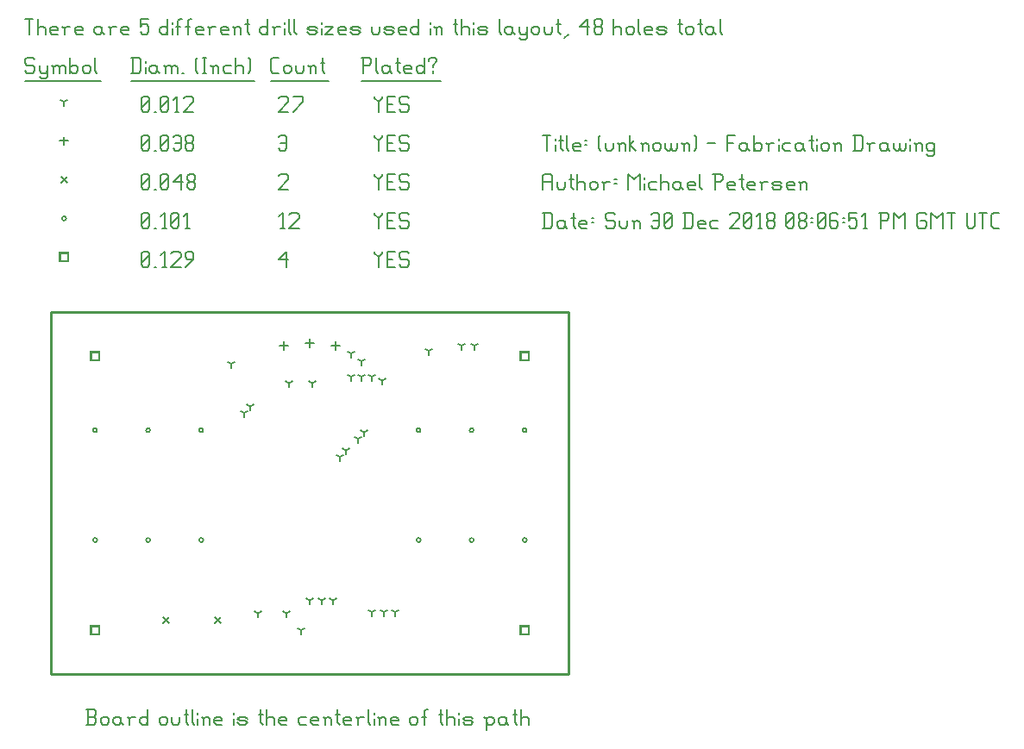
<source format=gbr>
G04 start of page 12 for group -3984 idx -3984 *
G04 Title: (unknown), fab *
G04 Creator: pcb 20140316 *
G04 CreationDate: Sun 30 Dec 2018 08:06:51 PM GMT UTC *
G04 For: railfan *
G04 Format: Gerber/RS-274X *
G04 PCB-Dimensions (mil): 2200.00 1600.00 *
G04 PCB-Coordinate-Origin: lower left *
%MOIN*%
%FSLAX25Y25*%
%LNFAB*%
%ADD92C,0.0100*%
%ADD91C,0.0060*%
%ADD90R,0.0080X0.0080*%
G54D90*X191400Y28600D02*X194600D01*
X191400D02*Y25400D01*
X194600D01*
Y28600D02*Y25400D01*
X25400Y28600D02*X28600D01*
X25400D02*Y25400D01*
X28600D01*
Y28600D02*Y25400D01*
X25400Y134600D02*X28600D01*
X25400D02*Y131400D01*
X28600D01*
Y134600D02*Y131400D01*
X191400Y134600D02*X194600D01*
X191400D02*Y131400D01*
X194600D01*
Y134600D02*Y131400D01*
X13400Y172850D02*X16600D01*
X13400D02*Y169650D01*
X16600D01*
Y172850D02*Y169650D01*
G54D91*X135000Y173500D02*Y172750D01*
X136500Y171250D01*
X138000Y172750D01*
Y173500D02*Y172750D01*
X136500Y171250D02*Y167500D01*
X139800Y170500D02*X142050D01*
X139800Y167500D02*X142800D01*
X139800Y173500D02*Y167500D01*
Y173500D02*X142800D01*
X147600D02*X148350Y172750D01*
X145350Y173500D02*X147600D01*
X144600Y172750D02*X145350Y173500D01*
X144600Y172750D02*Y171250D01*
X145350Y170500D01*
X147600D01*
X148350Y169750D01*
Y168250D01*
X147600Y167500D02*X148350Y168250D01*
X145350Y167500D02*X147600D01*
X144600Y168250D02*X145350Y167500D01*
X98000Y170500D02*X101000Y173500D01*
X98000Y170500D02*X101750D01*
X101000Y173500D02*Y167500D01*
X45000Y168250D02*X45750Y167500D01*
X45000Y172750D02*Y168250D01*
Y172750D02*X45750Y173500D01*
X47250D01*
X48000Y172750D01*
Y168250D01*
X47250Y167500D02*X48000Y168250D01*
X45750Y167500D02*X47250D01*
X45000Y169000D02*X48000Y172000D01*
X49800Y167500D02*X50550D01*
X53100D02*X54600D01*
X53850Y173500D02*Y167500D01*
X52350Y172000D02*X53850Y173500D01*
X56400Y172750D02*X57150Y173500D01*
X59400D01*
X60150Y172750D01*
Y171250D01*
X56400Y167500D02*X60150Y171250D01*
X56400Y167500D02*X60150D01*
X61950D02*X64950Y170500D01*
Y172750D02*Y170500D01*
X64200Y173500D02*X64950Y172750D01*
X62700Y173500D02*X64200D01*
X61950Y172750D02*X62700Y173500D01*
X61950Y172750D02*Y171250D01*
X62700Y170500D01*
X64950D01*
X67200Y61850D02*G75*G03X68800Y61850I800J0D01*G01*
G75*G03X67200Y61850I-800J0D01*G01*
X46700D02*G75*G03X48300Y61850I800J0D01*G01*
G75*G03X46700Y61850I-800J0D01*G01*
X26200D02*G75*G03X27800Y61850I800J0D01*G01*
G75*G03X26200Y61850I-800J0D01*G01*
X67200Y104350D02*G75*G03X68800Y104350I800J0D01*G01*
G75*G03X67200Y104350I-800J0D01*G01*
X46700D02*G75*G03X48300Y104350I800J0D01*G01*
G75*G03X46700Y104350I-800J0D01*G01*
X26200D02*G75*G03X27800Y104350I800J0D01*G01*
G75*G03X26200Y104350I-800J0D01*G01*
X192200Y61850D02*G75*G03X193800Y61850I800J0D01*G01*
G75*G03X192200Y61850I-800J0D01*G01*
X171700D02*G75*G03X173300Y61850I800J0D01*G01*
G75*G03X171700Y61850I-800J0D01*G01*
X151200D02*G75*G03X152800Y61850I800J0D01*G01*
G75*G03X151200Y61850I-800J0D01*G01*
X192200Y104350D02*G75*G03X193800Y104350I800J0D01*G01*
G75*G03X192200Y104350I-800J0D01*G01*
X171700D02*G75*G03X173300Y104350I800J0D01*G01*
G75*G03X171700Y104350I-800J0D01*G01*
X151200D02*G75*G03X152800Y104350I800J0D01*G01*
G75*G03X151200Y104350I-800J0D01*G01*
X14200Y186250D02*G75*G03X15800Y186250I800J0D01*G01*
G75*G03X14200Y186250I-800J0D01*G01*
X135000Y188500D02*Y187750D01*
X136500Y186250D01*
X138000Y187750D01*
Y188500D02*Y187750D01*
X136500Y186250D02*Y182500D01*
X139800Y185500D02*X142050D01*
X139800Y182500D02*X142800D01*
X139800Y188500D02*Y182500D01*
Y188500D02*X142800D01*
X147600D02*X148350Y187750D01*
X145350Y188500D02*X147600D01*
X144600Y187750D02*X145350Y188500D01*
X144600Y187750D02*Y186250D01*
X145350Y185500D01*
X147600D01*
X148350Y184750D01*
Y183250D01*
X147600Y182500D02*X148350Y183250D01*
X145350Y182500D02*X147600D01*
X144600Y183250D02*X145350Y182500D01*
X98750D02*X100250D01*
X99500Y188500D02*Y182500D01*
X98000Y187000D02*X99500Y188500D01*
X102050Y187750D02*X102800Y188500D01*
X105050D01*
X105800Y187750D01*
Y186250D01*
X102050Y182500D02*X105800Y186250D01*
X102050Y182500D02*X105800D01*
X45000Y183250D02*X45750Y182500D01*
X45000Y187750D02*Y183250D01*
Y187750D02*X45750Y188500D01*
X47250D01*
X48000Y187750D01*
Y183250D01*
X47250Y182500D02*X48000Y183250D01*
X45750Y182500D02*X47250D01*
X45000Y184000D02*X48000Y187000D01*
X49800Y182500D02*X50550D01*
X53100D02*X54600D01*
X53850Y188500D02*Y182500D01*
X52350Y187000D02*X53850Y188500D01*
X56400Y183250D02*X57150Y182500D01*
X56400Y187750D02*Y183250D01*
Y187750D02*X57150Y188500D01*
X58650D01*
X59400Y187750D01*
Y183250D01*
X58650Y182500D02*X59400Y183250D01*
X57150Y182500D02*X58650D01*
X56400Y184000D02*X59400Y187000D01*
X61950Y182500D02*X63450D01*
X62700Y188500D02*Y182500D01*
X61200Y187000D02*X62700Y188500D01*
X53300Y32200D02*X55700Y29800D01*
X53300D02*X55700Y32200D01*
X73300D02*X75700Y29800D01*
X73300D02*X75700Y32200D01*
X13800Y202450D02*X16200Y200050D01*
X13800D02*X16200Y202450D01*
X135000Y203500D02*Y202750D01*
X136500Y201250D01*
X138000Y202750D01*
Y203500D02*Y202750D01*
X136500Y201250D02*Y197500D01*
X139800Y200500D02*X142050D01*
X139800Y197500D02*X142800D01*
X139800Y203500D02*Y197500D01*
Y203500D02*X142800D01*
X147600D02*X148350Y202750D01*
X145350Y203500D02*X147600D01*
X144600Y202750D02*X145350Y203500D01*
X144600Y202750D02*Y201250D01*
X145350Y200500D01*
X147600D01*
X148350Y199750D01*
Y198250D01*
X147600Y197500D02*X148350Y198250D01*
X145350Y197500D02*X147600D01*
X144600Y198250D02*X145350Y197500D01*
X98000Y202750D02*X98750Y203500D01*
X101000D01*
X101750Y202750D01*
Y201250D01*
X98000Y197500D02*X101750Y201250D01*
X98000Y197500D02*X101750D01*
X45000Y198250D02*X45750Y197500D01*
X45000Y202750D02*Y198250D01*
Y202750D02*X45750Y203500D01*
X47250D01*
X48000Y202750D01*
Y198250D01*
X47250Y197500D02*X48000Y198250D01*
X45750Y197500D02*X47250D01*
X45000Y199000D02*X48000Y202000D01*
X49800Y197500D02*X50550D01*
X52350Y198250D02*X53100Y197500D01*
X52350Y202750D02*Y198250D01*
Y202750D02*X53100Y203500D01*
X54600D01*
X55350Y202750D01*
Y198250D01*
X54600Y197500D02*X55350Y198250D01*
X53100Y197500D02*X54600D01*
X52350Y199000D02*X55350Y202000D01*
X57150Y200500D02*X60150Y203500D01*
X57150Y200500D02*X60900D01*
X60150Y203500D02*Y197500D01*
X62700Y198250D02*X63450Y197500D01*
X62700Y199750D02*Y198250D01*
Y199750D02*X63450Y200500D01*
X64950D01*
X65700Y199750D01*
Y198250D01*
X64950Y197500D02*X65700Y198250D01*
X63450Y197500D02*X64950D01*
X62700Y201250D02*X63450Y200500D01*
X62700Y202750D02*Y201250D01*
Y202750D02*X63450Y203500D01*
X64950D01*
X65700Y202750D01*
Y201250D01*
X64950Y200500D02*X65700Y201250D01*
X100000Y138600D02*Y135400D01*
X98400Y137000D02*X101600D01*
X110000Y139600D02*Y136400D01*
X108400Y138000D02*X111600D01*
X120000Y138600D02*Y135400D01*
X118400Y137000D02*X121600D01*
X15000Y217850D02*Y214650D01*
X13400Y216250D02*X16600D01*
X135000Y218500D02*Y217750D01*
X136500Y216250D01*
X138000Y217750D01*
Y218500D02*Y217750D01*
X136500Y216250D02*Y212500D01*
X139800Y215500D02*X142050D01*
X139800Y212500D02*X142800D01*
X139800Y218500D02*Y212500D01*
Y218500D02*X142800D01*
X147600D02*X148350Y217750D01*
X145350Y218500D02*X147600D01*
X144600Y217750D02*X145350Y218500D01*
X144600Y217750D02*Y216250D01*
X145350Y215500D01*
X147600D01*
X148350Y214750D01*
Y213250D01*
X147600Y212500D02*X148350Y213250D01*
X145350Y212500D02*X147600D01*
X144600Y213250D02*X145350Y212500D01*
X98000Y217750D02*X98750Y218500D01*
X100250D01*
X101000Y217750D01*
Y213250D01*
X100250Y212500D02*X101000Y213250D01*
X98750Y212500D02*X100250D01*
X98000Y213250D02*X98750Y212500D01*
Y215500D02*X101000D01*
X45000Y213250D02*X45750Y212500D01*
X45000Y217750D02*Y213250D01*
Y217750D02*X45750Y218500D01*
X47250D01*
X48000Y217750D01*
Y213250D01*
X47250Y212500D02*X48000Y213250D01*
X45750Y212500D02*X47250D01*
X45000Y214000D02*X48000Y217000D01*
X49800Y212500D02*X50550D01*
X52350Y213250D02*X53100Y212500D01*
X52350Y217750D02*Y213250D01*
Y217750D02*X53100Y218500D01*
X54600D01*
X55350Y217750D01*
Y213250D01*
X54600Y212500D02*X55350Y213250D01*
X53100Y212500D02*X54600D01*
X52350Y214000D02*X55350Y217000D01*
X57150Y217750D02*X57900Y218500D01*
X59400D01*
X60150Y217750D01*
Y213250D01*
X59400Y212500D02*X60150Y213250D01*
X57900Y212500D02*X59400D01*
X57150Y213250D02*X57900Y212500D01*
Y215500D02*X60150D01*
X61950Y213250D02*X62700Y212500D01*
X61950Y214750D02*Y213250D01*
Y214750D02*X62700Y215500D01*
X64200D01*
X64950Y214750D01*
Y213250D01*
X64200Y212500D02*X64950Y213250D01*
X62700Y212500D02*X64200D01*
X61950Y216250D02*X62700Y215500D01*
X61950Y217750D02*Y216250D01*
Y217750D02*X62700Y218500D01*
X64200D01*
X64950Y217750D01*
Y216250D01*
X64200Y215500D02*X64950Y216250D01*
X134000Y125000D02*Y123400D01*
Y125000D02*X135387Y125800D01*
X134000Y125000D02*X132613Y125800D01*
X126000Y134000D02*Y132400D01*
Y134000D02*X127387Y134800D01*
X126000Y134000D02*X124613Y134800D01*
X126000Y125000D02*Y123400D01*
Y125000D02*X127387Y125800D01*
X126000Y125000D02*X124613Y125800D01*
X130000Y125000D02*Y123400D01*
Y125000D02*X131387Y125800D01*
X130000Y125000D02*X128613Y125800D01*
X130000Y131000D02*Y129400D01*
Y131000D02*X131387Y131800D01*
X130000Y131000D02*X128613Y131800D01*
X79500Y130000D02*Y128400D01*
Y130000D02*X80887Y130800D01*
X79500Y130000D02*X78113Y130800D01*
X124000Y96500D02*Y94900D01*
Y96500D02*X125387Y97300D01*
X124000Y96500D02*X122613Y97300D01*
X121500Y93890D02*Y92290D01*
Y93890D02*X122887Y94690D01*
X121500Y93890D02*X120113Y94690D01*
X138500Y34000D02*Y32400D01*
Y34000D02*X139887Y34800D01*
X138500Y34000D02*X137113Y34800D01*
X134000Y34000D02*Y32400D01*
Y34000D02*X135387Y34800D01*
X134000Y34000D02*X132613Y34800D01*
X143000Y34000D02*Y32400D01*
Y34000D02*X144387Y34800D01*
X143000Y34000D02*X141613Y34800D01*
X106500Y27000D02*Y25400D01*
Y27000D02*X107887Y27800D01*
X106500Y27000D02*X105113Y27800D01*
X138000Y123500D02*Y121900D01*
Y123500D02*X139387Y124300D01*
X138000Y123500D02*X136613Y124300D01*
X90000Y33500D02*Y31900D01*
Y33500D02*X91387Y34300D01*
X90000Y33500D02*X88613Y34300D01*
X101000Y33500D02*Y31900D01*
Y33500D02*X102387Y34300D01*
X101000Y33500D02*X99613Y34300D01*
X119000Y38500D02*Y36900D01*
Y38500D02*X120387Y39300D01*
X119000Y38500D02*X117613Y39300D01*
X110000Y38500D02*Y36900D01*
Y38500D02*X111387Y39300D01*
X110000Y38500D02*X108613Y39300D01*
X114500Y38500D02*Y36900D01*
Y38500D02*X115887Y39300D01*
X114500Y38500D02*X113113Y39300D01*
X111000Y122500D02*Y120900D01*
Y122500D02*X112387Y123300D01*
X111000Y122500D02*X109613Y123300D01*
X102000Y122500D02*Y120900D01*
Y122500D02*X103387Y123300D01*
X102000Y122500D02*X100613Y123300D01*
X84500Y111000D02*Y109400D01*
Y111000D02*X85887Y111800D01*
X84500Y111000D02*X83113Y111800D01*
X87000Y113500D02*Y111900D01*
Y113500D02*X88387Y114300D01*
X87000Y113500D02*X85613Y114300D01*
X128500Y100890D02*Y99290D01*
Y100890D02*X129887Y101690D01*
X128500Y100890D02*X127113Y101690D01*
X131000Y103500D02*Y101900D01*
Y103500D02*X132387Y104300D01*
X131000Y103500D02*X129613Y104300D01*
X155906Y135000D02*Y133400D01*
Y135000D02*X157292Y135800D01*
X155906Y135000D02*X154519Y135800D01*
X168500Y137000D02*Y135400D01*
Y137000D02*X169887Y137800D01*
X168500Y137000D02*X167113Y137800D01*
X173500Y137000D02*Y135400D01*
Y137000D02*X174887Y137800D01*
X173500Y137000D02*X172113Y137800D01*
X15000Y231250D02*Y229650D01*
Y231250D02*X16387Y232050D01*
X15000Y231250D02*X13613Y232050D01*
X135000Y233500D02*Y232750D01*
X136500Y231250D01*
X138000Y232750D01*
Y233500D02*Y232750D01*
X136500Y231250D02*Y227500D01*
X139800Y230500D02*X142050D01*
X139800Y227500D02*X142800D01*
X139800Y233500D02*Y227500D01*
Y233500D02*X142800D01*
X147600D02*X148350Y232750D01*
X145350Y233500D02*X147600D01*
X144600Y232750D02*X145350Y233500D01*
X144600Y232750D02*Y231250D01*
X145350Y230500D01*
X147600D01*
X148350Y229750D01*
Y228250D01*
X147600Y227500D02*X148350Y228250D01*
X145350Y227500D02*X147600D01*
X144600Y228250D02*X145350Y227500D01*
X98000Y232750D02*X98750Y233500D01*
X101000D01*
X101750Y232750D01*
Y231250D01*
X98000Y227500D02*X101750Y231250D01*
X98000Y227500D02*X101750D01*
X103550D02*X107300Y231250D01*
Y233500D02*Y231250D01*
X103550Y233500D02*X107300D01*
X45000Y228250D02*X45750Y227500D01*
X45000Y232750D02*Y228250D01*
Y232750D02*X45750Y233500D01*
X47250D01*
X48000Y232750D01*
Y228250D01*
X47250Y227500D02*X48000Y228250D01*
X45750Y227500D02*X47250D01*
X45000Y229000D02*X48000Y232000D01*
X49800Y227500D02*X50550D01*
X52350Y228250D02*X53100Y227500D01*
X52350Y232750D02*Y228250D01*
Y232750D02*X53100Y233500D01*
X54600D01*
X55350Y232750D01*
Y228250D01*
X54600Y227500D02*X55350Y228250D01*
X53100Y227500D02*X54600D01*
X52350Y229000D02*X55350Y232000D01*
X57900Y227500D02*X59400D01*
X58650Y233500D02*Y227500D01*
X57150Y232000D02*X58650Y233500D01*
X61200Y232750D02*X61950Y233500D01*
X64200D01*
X64950Y232750D01*
Y231250D01*
X61200Y227500D02*X64950Y231250D01*
X61200Y227500D02*X64950D01*
X3000Y248500D02*X3750Y247750D01*
X750Y248500D02*X3000D01*
X0Y247750D02*X750Y248500D01*
X0Y247750D02*Y246250D01*
X750Y245500D01*
X3000D01*
X3750Y244750D01*
Y243250D01*
X3000Y242500D02*X3750Y243250D01*
X750Y242500D02*X3000D01*
X0Y243250D02*X750Y242500D01*
X5550Y245500D02*Y243250D01*
X6300Y242500D01*
X8550Y245500D02*Y241000D01*
X7800Y240250D02*X8550Y241000D01*
X6300Y240250D02*X7800D01*
X5550Y241000D02*X6300Y240250D01*
Y242500D02*X7800D01*
X8550Y243250D01*
X11100Y244750D02*Y242500D01*
Y244750D02*X11850Y245500D01*
X12600D01*
X13350Y244750D01*
Y242500D01*
Y244750D02*X14100Y245500D01*
X14850D01*
X15600Y244750D01*
Y242500D01*
X10350Y245500D02*X11100Y244750D01*
X17400Y248500D02*Y242500D01*
Y243250D02*X18150Y242500D01*
X19650D01*
X20400Y243250D01*
Y244750D02*Y243250D01*
X19650Y245500D02*X20400Y244750D01*
X18150Y245500D02*X19650D01*
X17400Y244750D02*X18150Y245500D01*
X22200Y244750D02*Y243250D01*
Y244750D02*X22950Y245500D01*
X24450D01*
X25200Y244750D01*
Y243250D01*
X24450Y242500D02*X25200Y243250D01*
X22950Y242500D02*X24450D01*
X22200Y243250D02*X22950Y242500D01*
X27000Y248500D02*Y243250D01*
X27750Y242500D01*
X0Y239250D02*X29250D01*
X41750Y248500D02*Y242500D01*
X44000Y248500D02*X44750Y247750D01*
Y243250D01*
X44000Y242500D02*X44750Y243250D01*
X41000Y242500D02*X44000D01*
X41000Y248500D02*X44000D01*
X46550Y247000D02*Y246250D01*
Y244750D02*Y242500D01*
X50300Y245500D02*X51050Y244750D01*
X48800Y245500D02*X50300D01*
X48050Y244750D02*X48800Y245500D01*
X48050Y244750D02*Y243250D01*
X48800Y242500D01*
X51050Y245500D02*Y243250D01*
X51800Y242500D01*
X48800D02*X50300D01*
X51050Y243250D01*
X54350Y244750D02*Y242500D01*
Y244750D02*X55100Y245500D01*
X55850D01*
X56600Y244750D01*
Y242500D01*
Y244750D02*X57350Y245500D01*
X58100D01*
X58850Y244750D01*
Y242500D01*
X53600Y245500D02*X54350Y244750D01*
X60650Y242500D02*X61400D01*
X65900Y243250D02*X66650Y242500D01*
X65900Y247750D02*X66650Y248500D01*
X65900Y247750D02*Y243250D01*
X68450Y248500D02*X69950D01*
X69200D02*Y242500D01*
X68450D02*X69950D01*
X72500Y244750D02*Y242500D01*
Y244750D02*X73250Y245500D01*
X74000D01*
X74750Y244750D01*
Y242500D01*
X71750Y245500D02*X72500Y244750D01*
X77300Y245500D02*X79550D01*
X76550Y244750D02*X77300Y245500D01*
X76550Y244750D02*Y243250D01*
X77300Y242500D01*
X79550D01*
X81350Y248500D02*Y242500D01*
Y244750D02*X82100Y245500D01*
X83600D01*
X84350Y244750D01*
Y242500D01*
X86150Y248500D02*X86900Y247750D01*
Y243250D01*
X86150Y242500D02*X86900Y243250D01*
X41000Y239250D02*X88700D01*
X95750Y242500D02*X98000D01*
X95000Y243250D02*X95750Y242500D01*
X95000Y247750D02*Y243250D01*
Y247750D02*X95750Y248500D01*
X98000D01*
X99800Y244750D02*Y243250D01*
Y244750D02*X100550Y245500D01*
X102050D01*
X102800Y244750D01*
Y243250D01*
X102050Y242500D02*X102800Y243250D01*
X100550Y242500D02*X102050D01*
X99800Y243250D02*X100550Y242500D01*
X104600Y245500D02*Y243250D01*
X105350Y242500D01*
X106850D01*
X107600Y243250D01*
Y245500D02*Y243250D01*
X110150Y244750D02*Y242500D01*
Y244750D02*X110900Y245500D01*
X111650D01*
X112400Y244750D01*
Y242500D01*
X109400Y245500D02*X110150Y244750D01*
X114950Y248500D02*Y243250D01*
X115700Y242500D01*
X114200Y246250D02*X115700D01*
X95000Y239250D02*X117200D01*
X130750Y248500D02*Y242500D01*
X130000Y248500D02*X133000D01*
X133750Y247750D01*
Y246250D01*
X133000Y245500D02*X133750Y246250D01*
X130750Y245500D02*X133000D01*
X135550Y248500D02*Y243250D01*
X136300Y242500D01*
X140050Y245500D02*X140800Y244750D01*
X138550Y245500D02*X140050D01*
X137800Y244750D02*X138550Y245500D01*
X137800Y244750D02*Y243250D01*
X138550Y242500D01*
X140800Y245500D02*Y243250D01*
X141550Y242500D01*
X138550D02*X140050D01*
X140800Y243250D01*
X144100Y248500D02*Y243250D01*
X144850Y242500D01*
X143350Y246250D02*X144850D01*
X147100Y242500D02*X149350D01*
X146350Y243250D02*X147100Y242500D01*
X146350Y244750D02*Y243250D01*
Y244750D02*X147100Y245500D01*
X148600D01*
X149350Y244750D01*
X146350Y244000D02*X149350D01*
Y244750D02*Y244000D01*
X154150Y248500D02*Y242500D01*
X153400D02*X154150Y243250D01*
X151900Y242500D02*X153400D01*
X151150Y243250D02*X151900Y242500D01*
X151150Y244750D02*Y243250D01*
Y244750D02*X151900Y245500D01*
X153400D01*
X154150Y244750D01*
X157450Y245500D02*Y244750D01*
Y243250D02*Y242500D01*
X155950Y247750D02*Y247000D01*
Y247750D02*X156700Y248500D01*
X158200D01*
X158950Y247750D01*
Y247000D01*
X157450Y245500D02*X158950Y247000D01*
X130000Y239250D02*X160750D01*
X0Y263500D02*X3000D01*
X1500D02*Y257500D01*
X4800Y263500D02*Y257500D01*
Y259750D02*X5550Y260500D01*
X7050D01*
X7800Y259750D01*
Y257500D01*
X10350D02*X12600D01*
X9600Y258250D02*X10350Y257500D01*
X9600Y259750D02*Y258250D01*
Y259750D02*X10350Y260500D01*
X11850D01*
X12600Y259750D01*
X9600Y259000D02*X12600D01*
Y259750D02*Y259000D01*
X15150Y259750D02*Y257500D01*
Y259750D02*X15900Y260500D01*
X17400D01*
X14400D02*X15150Y259750D01*
X19950Y257500D02*X22200D01*
X19200Y258250D02*X19950Y257500D01*
X19200Y259750D02*Y258250D01*
Y259750D02*X19950Y260500D01*
X21450D01*
X22200Y259750D01*
X19200Y259000D02*X22200D01*
Y259750D02*Y259000D01*
X28950Y260500D02*X29700Y259750D01*
X27450Y260500D02*X28950D01*
X26700Y259750D02*X27450Y260500D01*
X26700Y259750D02*Y258250D01*
X27450Y257500D01*
X29700Y260500D02*Y258250D01*
X30450Y257500D01*
X27450D02*X28950D01*
X29700Y258250D01*
X33000Y259750D02*Y257500D01*
Y259750D02*X33750Y260500D01*
X35250D01*
X32250D02*X33000Y259750D01*
X37800Y257500D02*X40050D01*
X37050Y258250D02*X37800Y257500D01*
X37050Y259750D02*Y258250D01*
Y259750D02*X37800Y260500D01*
X39300D01*
X40050Y259750D01*
X37050Y259000D02*X40050D01*
Y259750D02*Y259000D01*
X44550Y263500D02*X47550D01*
X44550D02*Y260500D01*
X45300Y261250D01*
X46800D01*
X47550Y260500D01*
Y258250D01*
X46800Y257500D02*X47550Y258250D01*
X45300Y257500D02*X46800D01*
X44550Y258250D02*X45300Y257500D01*
X55050Y263500D02*Y257500D01*
X54300D02*X55050Y258250D01*
X52800Y257500D02*X54300D01*
X52050Y258250D02*X52800Y257500D01*
X52050Y259750D02*Y258250D01*
Y259750D02*X52800Y260500D01*
X54300D01*
X55050Y259750D01*
X56850Y262000D02*Y261250D01*
Y259750D02*Y257500D01*
X59100Y262750D02*Y257500D01*
Y262750D02*X59850Y263500D01*
X60600D01*
X58350Y260500D02*X59850D01*
X62850Y262750D02*Y257500D01*
Y262750D02*X63600Y263500D01*
X64350D01*
X62100Y260500D02*X63600D01*
X66600Y257500D02*X68850D01*
X65850Y258250D02*X66600Y257500D01*
X65850Y259750D02*Y258250D01*
Y259750D02*X66600Y260500D01*
X68100D01*
X68850Y259750D01*
X65850Y259000D02*X68850D01*
Y259750D02*Y259000D01*
X71400Y259750D02*Y257500D01*
Y259750D02*X72150Y260500D01*
X73650D01*
X70650D02*X71400Y259750D01*
X76200Y257500D02*X78450D01*
X75450Y258250D02*X76200Y257500D01*
X75450Y259750D02*Y258250D01*
Y259750D02*X76200Y260500D01*
X77700D01*
X78450Y259750D01*
X75450Y259000D02*X78450D01*
Y259750D02*Y259000D01*
X81000Y259750D02*Y257500D01*
Y259750D02*X81750Y260500D01*
X82500D01*
X83250Y259750D01*
Y257500D01*
X80250Y260500D02*X81000Y259750D01*
X85800Y263500D02*Y258250D01*
X86550Y257500D01*
X85050Y261250D02*X86550D01*
X93750Y263500D02*Y257500D01*
X93000D02*X93750Y258250D01*
X91500Y257500D02*X93000D01*
X90750Y258250D02*X91500Y257500D01*
X90750Y259750D02*Y258250D01*
Y259750D02*X91500Y260500D01*
X93000D01*
X93750Y259750D01*
X96300D02*Y257500D01*
Y259750D02*X97050Y260500D01*
X98550D01*
X95550D02*X96300Y259750D01*
X100350Y262000D02*Y261250D01*
Y259750D02*Y257500D01*
X101850Y263500D02*Y258250D01*
X102600Y257500D01*
X104100Y263500D02*Y258250D01*
X104850Y257500D01*
X109800D02*X112050D01*
X112800Y258250D01*
X112050Y259000D02*X112800Y258250D01*
X109800Y259000D02*X112050D01*
X109050Y259750D02*X109800Y259000D01*
X109050Y259750D02*X109800Y260500D01*
X112050D01*
X112800Y259750D01*
X109050Y258250D02*X109800Y257500D01*
X114600Y262000D02*Y261250D01*
Y259750D02*Y257500D01*
X116100Y260500D02*X119100D01*
X116100Y257500D02*X119100Y260500D01*
X116100Y257500D02*X119100D01*
X121650D02*X123900D01*
X120900Y258250D02*X121650Y257500D01*
X120900Y259750D02*Y258250D01*
Y259750D02*X121650Y260500D01*
X123150D01*
X123900Y259750D01*
X120900Y259000D02*X123900D01*
Y259750D02*Y259000D01*
X126450Y257500D02*X128700D01*
X129450Y258250D01*
X128700Y259000D02*X129450Y258250D01*
X126450Y259000D02*X128700D01*
X125700Y259750D02*X126450Y259000D01*
X125700Y259750D02*X126450Y260500D01*
X128700D01*
X129450Y259750D01*
X125700Y258250D02*X126450Y257500D01*
X133950Y260500D02*Y258250D01*
X134700Y257500D01*
X136200D01*
X136950Y258250D01*
Y260500D02*Y258250D01*
X139500Y257500D02*X141750D01*
X142500Y258250D01*
X141750Y259000D02*X142500Y258250D01*
X139500Y259000D02*X141750D01*
X138750Y259750D02*X139500Y259000D01*
X138750Y259750D02*X139500Y260500D01*
X141750D01*
X142500Y259750D01*
X138750Y258250D02*X139500Y257500D01*
X145050D02*X147300D01*
X144300Y258250D02*X145050Y257500D01*
X144300Y259750D02*Y258250D01*
Y259750D02*X145050Y260500D01*
X146550D01*
X147300Y259750D01*
X144300Y259000D02*X147300D01*
Y259750D02*Y259000D01*
X152100Y263500D02*Y257500D01*
X151350D02*X152100Y258250D01*
X149850Y257500D02*X151350D01*
X149100Y258250D02*X149850Y257500D01*
X149100Y259750D02*Y258250D01*
Y259750D02*X149850Y260500D01*
X151350D01*
X152100Y259750D01*
X156600Y262000D02*Y261250D01*
Y259750D02*Y257500D01*
X158850Y259750D02*Y257500D01*
Y259750D02*X159600Y260500D01*
X160350D01*
X161100Y259750D01*
Y257500D01*
X158100Y260500D02*X158850Y259750D01*
X166350Y263500D02*Y258250D01*
X167100Y257500D01*
X165600Y261250D02*X167100D01*
X168600Y263500D02*Y257500D01*
Y259750D02*X169350Y260500D01*
X170850D01*
X171600Y259750D01*
Y257500D01*
X173400Y262000D02*Y261250D01*
Y259750D02*Y257500D01*
X175650D02*X177900D01*
X178650Y258250D01*
X177900Y259000D02*X178650Y258250D01*
X175650Y259000D02*X177900D01*
X174900Y259750D02*X175650Y259000D01*
X174900Y259750D02*X175650Y260500D01*
X177900D01*
X178650Y259750D01*
X174900Y258250D02*X175650Y257500D01*
X183150Y263500D02*Y258250D01*
X183900Y257500D01*
X187650Y260500D02*X188400Y259750D01*
X186150Y260500D02*X187650D01*
X185400Y259750D02*X186150Y260500D01*
X185400Y259750D02*Y258250D01*
X186150Y257500D01*
X188400Y260500D02*Y258250D01*
X189150Y257500D01*
X186150D02*X187650D01*
X188400Y258250D01*
X190950Y260500D02*Y258250D01*
X191700Y257500D01*
X193950Y260500D02*Y256000D01*
X193200Y255250D02*X193950Y256000D01*
X191700Y255250D02*X193200D01*
X190950Y256000D02*X191700Y255250D01*
Y257500D02*X193200D01*
X193950Y258250D01*
X195750Y259750D02*Y258250D01*
Y259750D02*X196500Y260500D01*
X198000D01*
X198750Y259750D01*
Y258250D01*
X198000Y257500D02*X198750Y258250D01*
X196500Y257500D02*X198000D01*
X195750Y258250D02*X196500Y257500D01*
X200550Y260500D02*Y258250D01*
X201300Y257500D01*
X202800D01*
X203550Y258250D01*
Y260500D02*Y258250D01*
X206100Y263500D02*Y258250D01*
X206850Y257500D01*
X205350Y261250D02*X206850D01*
X208350Y256000D02*X209850Y257500D01*
X214350Y260500D02*X217350Y263500D01*
X214350Y260500D02*X218100D01*
X217350Y263500D02*Y257500D01*
X219900Y258250D02*X220650Y257500D01*
X219900Y259750D02*Y258250D01*
Y259750D02*X220650Y260500D01*
X222150D01*
X222900Y259750D01*
Y258250D01*
X222150Y257500D02*X222900Y258250D01*
X220650Y257500D02*X222150D01*
X219900Y261250D02*X220650Y260500D01*
X219900Y262750D02*Y261250D01*
Y262750D02*X220650Y263500D01*
X222150D01*
X222900Y262750D01*
Y261250D01*
X222150Y260500D02*X222900Y261250D01*
X227400Y263500D02*Y257500D01*
Y259750D02*X228150Y260500D01*
X229650D01*
X230400Y259750D01*
Y257500D01*
X232200Y259750D02*Y258250D01*
Y259750D02*X232950Y260500D01*
X234450D01*
X235200Y259750D01*
Y258250D01*
X234450Y257500D02*X235200Y258250D01*
X232950Y257500D02*X234450D01*
X232200Y258250D02*X232950Y257500D01*
X237000Y263500D02*Y258250D01*
X237750Y257500D01*
X240000D02*X242250D01*
X239250Y258250D02*X240000Y257500D01*
X239250Y259750D02*Y258250D01*
Y259750D02*X240000Y260500D01*
X241500D01*
X242250Y259750D01*
X239250Y259000D02*X242250D01*
Y259750D02*Y259000D01*
X244800Y257500D02*X247050D01*
X247800Y258250D01*
X247050Y259000D02*X247800Y258250D01*
X244800Y259000D02*X247050D01*
X244050Y259750D02*X244800Y259000D01*
X244050Y259750D02*X244800Y260500D01*
X247050D01*
X247800Y259750D01*
X244050Y258250D02*X244800Y257500D01*
X253050Y263500D02*Y258250D01*
X253800Y257500D01*
X252300Y261250D02*X253800D01*
X255300Y259750D02*Y258250D01*
Y259750D02*X256050Y260500D01*
X257550D01*
X258300Y259750D01*
Y258250D01*
X257550Y257500D02*X258300Y258250D01*
X256050Y257500D02*X257550D01*
X255300Y258250D02*X256050Y257500D01*
X260850Y263500D02*Y258250D01*
X261600Y257500D01*
X260100Y261250D02*X261600D01*
X265350Y260500D02*X266100Y259750D01*
X263850Y260500D02*X265350D01*
X263100Y259750D02*X263850Y260500D01*
X263100Y259750D02*Y258250D01*
X263850Y257500D01*
X266100Y260500D02*Y258250D01*
X266850Y257500D01*
X263850D02*X265350D01*
X266100Y258250D01*
X268650Y263500D02*Y258250D01*
X269400Y257500D01*
G54D92*X10000Y10000D02*Y150000D01*
X210000D02*Y10000D01*
X10000Y150000D02*X210000D01*
Y10000D02*X10000D01*
G54D91*X23675Y-9500D02*X26675D01*
X27425Y-8750D01*
Y-7250D02*Y-8750D01*
X26675Y-6500D02*X27425Y-7250D01*
X24425Y-6500D02*X26675D01*
X24425Y-3500D02*Y-9500D01*
X23675Y-3500D02*X26675D01*
X27425Y-4250D01*
Y-5750D01*
X26675Y-6500D02*X27425Y-5750D01*
X29225Y-7250D02*Y-8750D01*
Y-7250D02*X29975Y-6500D01*
X31475D01*
X32225Y-7250D01*
Y-8750D01*
X31475Y-9500D02*X32225Y-8750D01*
X29975Y-9500D02*X31475D01*
X29225Y-8750D02*X29975Y-9500D01*
X36275Y-6500D02*X37025Y-7250D01*
X34775Y-6500D02*X36275D01*
X34025Y-7250D02*X34775Y-6500D01*
X34025Y-7250D02*Y-8750D01*
X34775Y-9500D01*
X37025Y-6500D02*Y-8750D01*
X37775Y-9500D01*
X34775D02*X36275D01*
X37025Y-8750D01*
X40325Y-7250D02*Y-9500D01*
Y-7250D02*X41075Y-6500D01*
X42575D01*
X39575D02*X40325Y-7250D01*
X47375Y-3500D02*Y-9500D01*
X46625D02*X47375Y-8750D01*
X45125Y-9500D02*X46625D01*
X44375Y-8750D02*X45125Y-9500D01*
X44375Y-7250D02*Y-8750D01*
Y-7250D02*X45125Y-6500D01*
X46625D01*
X47375Y-7250D01*
X51875D02*Y-8750D01*
Y-7250D02*X52625Y-6500D01*
X54125D01*
X54875Y-7250D01*
Y-8750D01*
X54125Y-9500D02*X54875Y-8750D01*
X52625Y-9500D02*X54125D01*
X51875Y-8750D02*X52625Y-9500D01*
X56675Y-6500D02*Y-8750D01*
X57425Y-9500D01*
X58925D01*
X59675Y-8750D01*
Y-6500D02*Y-8750D01*
X62225Y-3500D02*Y-8750D01*
X62975Y-9500D01*
X61475Y-5750D02*X62975D01*
X64475Y-3500D02*Y-8750D01*
X65225Y-9500D01*
X66725Y-5000D02*Y-5750D01*
Y-7250D02*Y-9500D01*
X68975Y-7250D02*Y-9500D01*
Y-7250D02*X69725Y-6500D01*
X70475D01*
X71225Y-7250D01*
Y-9500D01*
X68225Y-6500D02*X68975Y-7250D01*
X73775Y-9500D02*X76025D01*
X73025Y-8750D02*X73775Y-9500D01*
X73025Y-7250D02*Y-8750D01*
Y-7250D02*X73775Y-6500D01*
X75275D01*
X76025Y-7250D01*
X73025Y-8000D02*X76025D01*
Y-7250D02*Y-8000D01*
X80525Y-5000D02*Y-5750D01*
Y-7250D02*Y-9500D01*
X82775D02*X85025D01*
X85775Y-8750D01*
X85025Y-8000D02*X85775Y-8750D01*
X82775Y-8000D02*X85025D01*
X82025Y-7250D02*X82775Y-8000D01*
X82025Y-7250D02*X82775Y-6500D01*
X85025D01*
X85775Y-7250D01*
X82025Y-8750D02*X82775Y-9500D01*
X91025Y-3500D02*Y-8750D01*
X91775Y-9500D01*
X90275Y-5750D02*X91775D01*
X93275Y-3500D02*Y-9500D01*
Y-7250D02*X94025Y-6500D01*
X95525D01*
X96275Y-7250D01*
Y-9500D01*
X98825D02*X101075D01*
X98075Y-8750D02*X98825Y-9500D01*
X98075Y-7250D02*Y-8750D01*
Y-7250D02*X98825Y-6500D01*
X100325D01*
X101075Y-7250D01*
X98075Y-8000D02*X101075D01*
Y-7250D02*Y-8000D01*
X106325Y-6500D02*X108575D01*
X105575Y-7250D02*X106325Y-6500D01*
X105575Y-7250D02*Y-8750D01*
X106325Y-9500D01*
X108575D01*
X111125D02*X113375D01*
X110375Y-8750D02*X111125Y-9500D01*
X110375Y-7250D02*Y-8750D01*
Y-7250D02*X111125Y-6500D01*
X112625D01*
X113375Y-7250D01*
X110375Y-8000D02*X113375D01*
Y-7250D02*Y-8000D01*
X115925Y-7250D02*Y-9500D01*
Y-7250D02*X116675Y-6500D01*
X117425D01*
X118175Y-7250D01*
Y-9500D01*
X115175Y-6500D02*X115925Y-7250D01*
X120725Y-3500D02*Y-8750D01*
X121475Y-9500D01*
X119975Y-5750D02*X121475D01*
X123725Y-9500D02*X125975D01*
X122975Y-8750D02*X123725Y-9500D01*
X122975Y-7250D02*Y-8750D01*
Y-7250D02*X123725Y-6500D01*
X125225D01*
X125975Y-7250D01*
X122975Y-8000D02*X125975D01*
Y-7250D02*Y-8000D01*
X128525Y-7250D02*Y-9500D01*
Y-7250D02*X129275Y-6500D01*
X130775D01*
X127775D02*X128525Y-7250D01*
X132575Y-3500D02*Y-8750D01*
X133325Y-9500D01*
X134825Y-5000D02*Y-5750D01*
Y-7250D02*Y-9500D01*
X137075Y-7250D02*Y-9500D01*
Y-7250D02*X137825Y-6500D01*
X138575D01*
X139325Y-7250D01*
Y-9500D01*
X136325Y-6500D02*X137075Y-7250D01*
X141875Y-9500D02*X144125D01*
X141125Y-8750D02*X141875Y-9500D01*
X141125Y-7250D02*Y-8750D01*
Y-7250D02*X141875Y-6500D01*
X143375D01*
X144125Y-7250D01*
X141125Y-8000D02*X144125D01*
Y-7250D02*Y-8000D01*
X148625Y-7250D02*Y-8750D01*
Y-7250D02*X149375Y-6500D01*
X150875D01*
X151625Y-7250D01*
Y-8750D01*
X150875Y-9500D02*X151625Y-8750D01*
X149375Y-9500D02*X150875D01*
X148625Y-8750D02*X149375Y-9500D01*
X154175Y-4250D02*Y-9500D01*
Y-4250D02*X154925Y-3500D01*
X155675D01*
X153425Y-6500D02*X154925D01*
X160625Y-3500D02*Y-8750D01*
X161375Y-9500D01*
X159875Y-5750D02*X161375D01*
X162875Y-3500D02*Y-9500D01*
Y-7250D02*X163625Y-6500D01*
X165125D01*
X165875Y-7250D01*
Y-9500D01*
X167675Y-5000D02*Y-5750D01*
Y-7250D02*Y-9500D01*
X169925D02*X172175D01*
X172925Y-8750D01*
X172175Y-8000D02*X172925Y-8750D01*
X169925Y-8000D02*X172175D01*
X169175Y-7250D02*X169925Y-8000D01*
X169175Y-7250D02*X169925Y-6500D01*
X172175D01*
X172925Y-7250D01*
X169175Y-8750D02*X169925Y-9500D01*
X178175Y-7250D02*Y-11750D01*
X177425Y-6500D02*X178175Y-7250D01*
X178925Y-6500D01*
X180425D01*
X181175Y-7250D01*
Y-8750D01*
X180425Y-9500D02*X181175Y-8750D01*
X178925Y-9500D02*X180425D01*
X178175Y-8750D02*X178925Y-9500D01*
X185225Y-6500D02*X185975Y-7250D01*
X183725Y-6500D02*X185225D01*
X182975Y-7250D02*X183725Y-6500D01*
X182975Y-7250D02*Y-8750D01*
X183725Y-9500D01*
X185975Y-6500D02*Y-8750D01*
X186725Y-9500D01*
X183725D02*X185225D01*
X185975Y-8750D01*
X189275Y-3500D02*Y-8750D01*
X190025Y-9500D01*
X188525Y-5750D02*X190025D01*
X191525Y-3500D02*Y-9500D01*
Y-7250D02*X192275Y-6500D01*
X193775D01*
X194525Y-7250D01*
Y-9500D01*
X200750Y188500D02*Y182500D01*
X203000Y188500D02*X203750Y187750D01*
Y183250D01*
X203000Y182500D02*X203750Y183250D01*
X200000Y182500D02*X203000D01*
X200000Y188500D02*X203000D01*
X207800Y185500D02*X208550Y184750D01*
X206300Y185500D02*X207800D01*
X205550Y184750D02*X206300Y185500D01*
X205550Y184750D02*Y183250D01*
X206300Y182500D01*
X208550Y185500D02*Y183250D01*
X209300Y182500D01*
X206300D02*X207800D01*
X208550Y183250D01*
X211850Y188500D02*Y183250D01*
X212600Y182500D01*
X211100Y186250D02*X212600D01*
X214850Y182500D02*X217100D01*
X214100Y183250D02*X214850Y182500D01*
X214100Y184750D02*Y183250D01*
Y184750D02*X214850Y185500D01*
X216350D01*
X217100Y184750D01*
X214100Y184000D02*X217100D01*
Y184750D02*Y184000D01*
X218900Y186250D02*X219650D01*
X218900Y184750D02*X219650D01*
X227150Y188500D02*X227900Y187750D01*
X224900Y188500D02*X227150D01*
X224150Y187750D02*X224900Y188500D01*
X224150Y187750D02*Y186250D01*
X224900Y185500D01*
X227150D01*
X227900Y184750D01*
Y183250D01*
X227150Y182500D02*X227900Y183250D01*
X224900Y182500D02*X227150D01*
X224150Y183250D02*X224900Y182500D01*
X229700Y185500D02*Y183250D01*
X230450Y182500D01*
X231950D01*
X232700Y183250D01*
Y185500D02*Y183250D01*
X235250Y184750D02*Y182500D01*
Y184750D02*X236000Y185500D01*
X236750D01*
X237500Y184750D01*
Y182500D01*
X234500Y185500D02*X235250Y184750D01*
X242000Y187750D02*X242750Y188500D01*
X244250D01*
X245000Y187750D01*
Y183250D01*
X244250Y182500D02*X245000Y183250D01*
X242750Y182500D02*X244250D01*
X242000Y183250D02*X242750Y182500D01*
Y185500D02*X245000D01*
X246800Y183250D02*X247550Y182500D01*
X246800Y187750D02*Y183250D01*
Y187750D02*X247550Y188500D01*
X249050D01*
X249800Y187750D01*
Y183250D01*
X249050Y182500D02*X249800Y183250D01*
X247550Y182500D02*X249050D01*
X246800Y184000D02*X249800Y187000D01*
X255050Y188500D02*Y182500D01*
X257300Y188500D02*X258050Y187750D01*
Y183250D01*
X257300Y182500D02*X258050Y183250D01*
X254300Y182500D02*X257300D01*
X254300Y188500D02*X257300D01*
X260600Y182500D02*X262850D01*
X259850Y183250D02*X260600Y182500D01*
X259850Y184750D02*Y183250D01*
Y184750D02*X260600Y185500D01*
X262100D01*
X262850Y184750D01*
X259850Y184000D02*X262850D01*
Y184750D02*Y184000D01*
X265400Y185500D02*X267650D01*
X264650Y184750D02*X265400Y185500D01*
X264650Y184750D02*Y183250D01*
X265400Y182500D01*
X267650D01*
X272150Y187750D02*X272900Y188500D01*
X275150D01*
X275900Y187750D01*
Y186250D01*
X272150Y182500D02*X275900Y186250D01*
X272150Y182500D02*X275900D01*
X277700Y183250D02*X278450Y182500D01*
X277700Y187750D02*Y183250D01*
Y187750D02*X278450Y188500D01*
X279950D01*
X280700Y187750D01*
Y183250D01*
X279950Y182500D02*X280700Y183250D01*
X278450Y182500D02*X279950D01*
X277700Y184000D02*X280700Y187000D01*
X283250Y182500D02*X284750D01*
X284000Y188500D02*Y182500D01*
X282500Y187000D02*X284000Y188500D01*
X286550Y183250D02*X287300Y182500D01*
X286550Y184750D02*Y183250D01*
Y184750D02*X287300Y185500D01*
X288800D01*
X289550Y184750D01*
Y183250D01*
X288800Y182500D02*X289550Y183250D01*
X287300Y182500D02*X288800D01*
X286550Y186250D02*X287300Y185500D01*
X286550Y187750D02*Y186250D01*
Y187750D02*X287300Y188500D01*
X288800D01*
X289550Y187750D01*
Y186250D01*
X288800Y185500D02*X289550Y186250D01*
X294050Y183250D02*X294800Y182500D01*
X294050Y187750D02*Y183250D01*
Y187750D02*X294800Y188500D01*
X296300D01*
X297050Y187750D01*
Y183250D01*
X296300Y182500D02*X297050Y183250D01*
X294800Y182500D02*X296300D01*
X294050Y184000D02*X297050Y187000D01*
X298850Y183250D02*X299600Y182500D01*
X298850Y184750D02*Y183250D01*
Y184750D02*X299600Y185500D01*
X301100D01*
X301850Y184750D01*
Y183250D01*
X301100Y182500D02*X301850Y183250D01*
X299600Y182500D02*X301100D01*
X298850Y186250D02*X299600Y185500D01*
X298850Y187750D02*Y186250D01*
Y187750D02*X299600Y188500D01*
X301100D01*
X301850Y187750D01*
Y186250D01*
X301100Y185500D02*X301850Y186250D01*
X303650D02*X304400D01*
X303650Y184750D02*X304400D01*
X306200Y183250D02*X306950Y182500D01*
X306200Y187750D02*Y183250D01*
Y187750D02*X306950Y188500D01*
X308450D01*
X309200Y187750D01*
Y183250D01*
X308450Y182500D02*X309200Y183250D01*
X306950Y182500D02*X308450D01*
X306200Y184000D02*X309200Y187000D01*
X313250Y188500D02*X314000Y187750D01*
X311750Y188500D02*X313250D01*
X311000Y187750D02*X311750Y188500D01*
X311000Y187750D02*Y183250D01*
X311750Y182500D01*
X313250Y185500D02*X314000Y184750D01*
X311000Y185500D02*X313250D01*
X311750Y182500D02*X313250D01*
X314000Y183250D01*
Y184750D02*Y183250D01*
X315800Y186250D02*X316550D01*
X315800Y184750D02*X316550D01*
X318350Y188500D02*X321350D01*
X318350D02*Y185500D01*
X319100Y186250D01*
X320600D01*
X321350Y185500D01*
Y183250D01*
X320600Y182500D02*X321350Y183250D01*
X319100Y182500D02*X320600D01*
X318350Y183250D02*X319100Y182500D01*
X323900D02*X325400D01*
X324650Y188500D02*Y182500D01*
X323150Y187000D02*X324650Y188500D01*
X330650D02*Y182500D01*
X329900Y188500D02*X332900D01*
X333650Y187750D01*
Y186250D01*
X332900Y185500D02*X333650Y186250D01*
X330650Y185500D02*X332900D01*
X335450Y188500D02*Y182500D01*
Y188500D02*X337700Y186250D01*
X339950Y188500D01*
Y182500D01*
X347450Y188500D02*X348200Y187750D01*
X345200Y188500D02*X347450D01*
X344450Y187750D02*X345200Y188500D01*
X344450Y187750D02*Y183250D01*
X345200Y182500D01*
X347450D01*
X348200Y183250D01*
Y184750D02*Y183250D01*
X347450Y185500D02*X348200Y184750D01*
X345950Y185500D02*X347450D01*
X350000Y188500D02*Y182500D01*
Y188500D02*X352250Y186250D01*
X354500Y188500D01*
Y182500D01*
X356300Y188500D02*X359300D01*
X357800D02*Y182500D01*
X363800Y188500D02*Y183250D01*
X364550Y182500D01*
X366050D01*
X366800Y183250D01*
Y188500D02*Y183250D01*
X368600Y188500D02*X371600D01*
X370100D02*Y182500D01*
X374150D02*X376400D01*
X373400Y183250D02*X374150Y182500D01*
X373400Y187750D02*Y183250D01*
Y187750D02*X374150Y188500D01*
X376400D01*
X200000Y202750D02*Y197500D01*
Y202750D02*X200750Y203500D01*
X203000D01*
X203750Y202750D01*
Y197500D01*
X200000Y200500D02*X203750D01*
X205550D02*Y198250D01*
X206300Y197500D01*
X207800D01*
X208550Y198250D01*
Y200500D02*Y198250D01*
X211100Y203500D02*Y198250D01*
X211850Y197500D01*
X210350Y201250D02*X211850D01*
X213350Y203500D02*Y197500D01*
Y199750D02*X214100Y200500D01*
X215600D01*
X216350Y199750D01*
Y197500D01*
X218150Y199750D02*Y198250D01*
Y199750D02*X218900Y200500D01*
X220400D01*
X221150Y199750D01*
Y198250D01*
X220400Y197500D02*X221150Y198250D01*
X218900Y197500D02*X220400D01*
X218150Y198250D02*X218900Y197500D01*
X223700Y199750D02*Y197500D01*
Y199750D02*X224450Y200500D01*
X225950D01*
X222950D02*X223700Y199750D01*
X227750Y201250D02*X228500D01*
X227750Y199750D02*X228500D01*
X233000Y203500D02*Y197500D01*
Y203500D02*X235250Y201250D01*
X237500Y203500D01*
Y197500D01*
X239300Y202000D02*Y201250D01*
Y199750D02*Y197500D01*
X241550Y200500D02*X243800D01*
X240800Y199750D02*X241550Y200500D01*
X240800Y199750D02*Y198250D01*
X241550Y197500D01*
X243800D01*
X245600Y203500D02*Y197500D01*
Y199750D02*X246350Y200500D01*
X247850D01*
X248600Y199750D01*
Y197500D01*
X252650Y200500D02*X253400Y199750D01*
X251150Y200500D02*X252650D01*
X250400Y199750D02*X251150Y200500D01*
X250400Y199750D02*Y198250D01*
X251150Y197500D01*
X253400Y200500D02*Y198250D01*
X254150Y197500D01*
X251150D02*X252650D01*
X253400Y198250D01*
X256700Y197500D02*X258950D01*
X255950Y198250D02*X256700Y197500D01*
X255950Y199750D02*Y198250D01*
Y199750D02*X256700Y200500D01*
X258200D01*
X258950Y199750D01*
X255950Y199000D02*X258950D01*
Y199750D02*Y199000D01*
X260750Y203500D02*Y198250D01*
X261500Y197500D01*
X266450Y203500D02*Y197500D01*
X265700Y203500D02*X268700D01*
X269450Y202750D01*
Y201250D01*
X268700Y200500D02*X269450Y201250D01*
X266450Y200500D02*X268700D01*
X272000Y197500D02*X274250D01*
X271250Y198250D02*X272000Y197500D01*
X271250Y199750D02*Y198250D01*
Y199750D02*X272000Y200500D01*
X273500D01*
X274250Y199750D01*
X271250Y199000D02*X274250D01*
Y199750D02*Y199000D01*
X276800Y203500D02*Y198250D01*
X277550Y197500D01*
X276050Y201250D02*X277550D01*
X279800Y197500D02*X282050D01*
X279050Y198250D02*X279800Y197500D01*
X279050Y199750D02*Y198250D01*
Y199750D02*X279800Y200500D01*
X281300D01*
X282050Y199750D01*
X279050Y199000D02*X282050D01*
Y199750D02*Y199000D01*
X284600Y199750D02*Y197500D01*
Y199750D02*X285350Y200500D01*
X286850D01*
X283850D02*X284600Y199750D01*
X289400Y197500D02*X291650D01*
X292400Y198250D01*
X291650Y199000D02*X292400Y198250D01*
X289400Y199000D02*X291650D01*
X288650Y199750D02*X289400Y199000D01*
X288650Y199750D02*X289400Y200500D01*
X291650D01*
X292400Y199750D01*
X288650Y198250D02*X289400Y197500D01*
X294950D02*X297200D01*
X294200Y198250D02*X294950Y197500D01*
X294200Y199750D02*Y198250D01*
Y199750D02*X294950Y200500D01*
X296450D01*
X297200Y199750D01*
X294200Y199000D02*X297200D01*
Y199750D02*Y199000D01*
X299750Y199750D02*Y197500D01*
Y199750D02*X300500Y200500D01*
X301250D01*
X302000Y199750D01*
Y197500D01*
X299000Y200500D02*X299750Y199750D01*
X200000Y218500D02*X203000D01*
X201500D02*Y212500D01*
X204800Y217000D02*Y216250D01*
Y214750D02*Y212500D01*
X207050Y218500D02*Y213250D01*
X207800Y212500D01*
X206300Y216250D02*X207800D01*
X209300Y218500D02*Y213250D01*
X210050Y212500D01*
X212300D02*X214550D01*
X211550Y213250D02*X212300Y212500D01*
X211550Y214750D02*Y213250D01*
Y214750D02*X212300Y215500D01*
X213800D01*
X214550Y214750D01*
X211550Y214000D02*X214550D01*
Y214750D02*Y214000D01*
X216350Y216250D02*X217100D01*
X216350Y214750D02*X217100D01*
X221600Y213250D02*X222350Y212500D01*
X221600Y217750D02*X222350Y218500D01*
X221600Y217750D02*Y213250D01*
X224150Y215500D02*Y213250D01*
X224900Y212500D01*
X226400D01*
X227150Y213250D01*
Y215500D02*Y213250D01*
X229700Y214750D02*Y212500D01*
Y214750D02*X230450Y215500D01*
X231200D01*
X231950Y214750D01*
Y212500D01*
X228950Y215500D02*X229700Y214750D01*
X233750Y218500D02*Y212500D01*
Y214750D02*X236000Y212500D01*
X233750Y214750D02*X235250Y216250D01*
X238550Y214750D02*Y212500D01*
Y214750D02*X239300Y215500D01*
X240050D01*
X240800Y214750D01*
Y212500D01*
X237800Y215500D02*X238550Y214750D01*
X242600D02*Y213250D01*
Y214750D02*X243350Y215500D01*
X244850D01*
X245600Y214750D01*
Y213250D01*
X244850Y212500D02*X245600Y213250D01*
X243350Y212500D02*X244850D01*
X242600Y213250D02*X243350Y212500D01*
X247400Y215500D02*Y213250D01*
X248150Y212500D01*
X248900D01*
X249650Y213250D01*
Y215500D02*Y213250D01*
X250400Y212500D01*
X251150D01*
X251900Y213250D01*
Y215500D02*Y213250D01*
X254450Y214750D02*Y212500D01*
Y214750D02*X255200Y215500D01*
X255950D01*
X256700Y214750D01*
Y212500D01*
X253700Y215500D02*X254450Y214750D01*
X258500Y218500D02*X259250Y217750D01*
Y213250D01*
X258500Y212500D02*X259250Y213250D01*
X263750Y215500D02*X266750D01*
X271250Y218500D02*Y212500D01*
Y218500D02*X274250D01*
X271250Y215500D02*X273500D01*
X278300D02*X279050Y214750D01*
X276800Y215500D02*X278300D01*
X276050Y214750D02*X276800Y215500D01*
X276050Y214750D02*Y213250D01*
X276800Y212500D01*
X279050Y215500D02*Y213250D01*
X279800Y212500D01*
X276800D02*X278300D01*
X279050Y213250D01*
X281600Y218500D02*Y212500D01*
Y213250D02*X282350Y212500D01*
X283850D01*
X284600Y213250D01*
Y214750D02*Y213250D01*
X283850Y215500D02*X284600Y214750D01*
X282350Y215500D02*X283850D01*
X281600Y214750D02*X282350Y215500D01*
X287150Y214750D02*Y212500D01*
Y214750D02*X287900Y215500D01*
X289400D01*
X286400D02*X287150Y214750D01*
X291200Y217000D02*Y216250D01*
Y214750D02*Y212500D01*
X293450Y215500D02*X295700D01*
X292700Y214750D02*X293450Y215500D01*
X292700Y214750D02*Y213250D01*
X293450Y212500D01*
X295700D01*
X299750Y215500D02*X300500Y214750D01*
X298250Y215500D02*X299750D01*
X297500Y214750D02*X298250Y215500D01*
X297500Y214750D02*Y213250D01*
X298250Y212500D01*
X300500Y215500D02*Y213250D01*
X301250Y212500D01*
X298250D02*X299750D01*
X300500Y213250D01*
X303800Y218500D02*Y213250D01*
X304550Y212500D01*
X303050Y216250D02*X304550D01*
X306050Y217000D02*Y216250D01*
Y214750D02*Y212500D01*
X307550Y214750D02*Y213250D01*
Y214750D02*X308300Y215500D01*
X309800D01*
X310550Y214750D01*
Y213250D01*
X309800Y212500D02*X310550Y213250D01*
X308300Y212500D02*X309800D01*
X307550Y213250D02*X308300Y212500D01*
X313100Y214750D02*Y212500D01*
Y214750D02*X313850Y215500D01*
X314600D01*
X315350Y214750D01*
Y212500D01*
X312350Y215500D02*X313100Y214750D01*
X320600Y218500D02*Y212500D01*
X322850Y218500D02*X323600Y217750D01*
Y213250D01*
X322850Y212500D02*X323600Y213250D01*
X319850Y212500D02*X322850D01*
X319850Y218500D02*X322850D01*
X326150Y214750D02*Y212500D01*
Y214750D02*X326900Y215500D01*
X328400D01*
X325400D02*X326150Y214750D01*
X332450Y215500D02*X333200Y214750D01*
X330950Y215500D02*X332450D01*
X330200Y214750D02*X330950Y215500D01*
X330200Y214750D02*Y213250D01*
X330950Y212500D01*
X333200Y215500D02*Y213250D01*
X333950Y212500D01*
X330950D02*X332450D01*
X333200Y213250D01*
X335750Y215500D02*Y213250D01*
X336500Y212500D01*
X337250D01*
X338000Y213250D01*
Y215500D02*Y213250D01*
X338750Y212500D01*
X339500D01*
X340250Y213250D01*
Y215500D02*Y213250D01*
X342050Y217000D02*Y216250D01*
Y214750D02*Y212500D01*
X344300Y214750D02*Y212500D01*
Y214750D02*X345050Y215500D01*
X345800D01*
X346550Y214750D01*
Y212500D01*
X343550Y215500D02*X344300Y214750D01*
X350600Y215500D02*X351350Y214750D01*
X349100Y215500D02*X350600D01*
X348350Y214750D02*X349100Y215500D01*
X348350Y214750D02*Y213250D01*
X349100Y212500D01*
X350600D01*
X351350Y213250D01*
X348350Y211000D02*X349100Y210250D01*
X350600D01*
X351350Y211000D01*
Y215500D02*Y211000D01*
M02*

</source>
